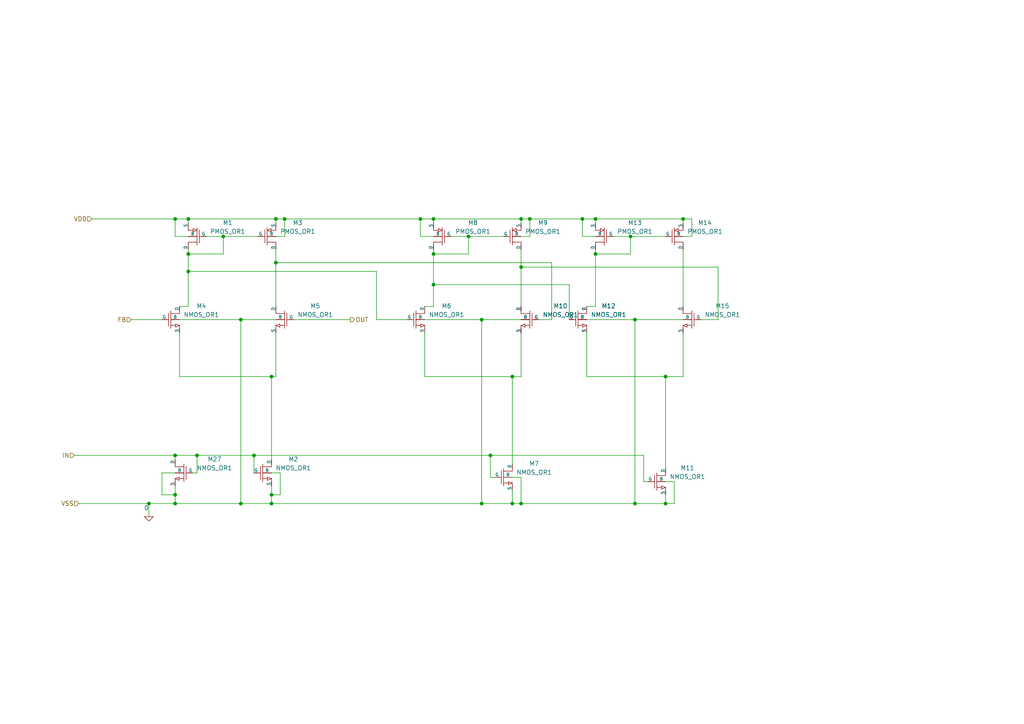
<source format=kicad_sch>
(kicad_sch (version 20230121) (generator eeschema)
  (paper "A4")
  (lib_symbols
    (symbol "NMOS_OR1_1" (pin_numbers hide) (pin_names (offset 0))
      (property "Reference" "M" (at 8.89 5.08 0))
      (property "Value" "NMOS_OR1" (at 8.89 2.54 0))
      (symbol "NMOS_OR1_1_0_1"
        (polyline (pts (xy 0 0) (xy 1.905 0)))
        (polyline (pts (xy 1.905 1.905) (xy 1.905 -1.905)))
        (polyline (pts (xy 2.54 -2.54) (xy 2.54 2.54)))
        (polyline (pts (xy 2.54 -1.651) (xy 3.937 -1.651)))
        (polyline (pts (xy 2.54 0) (xy 5.08 0)))
        (polyline (pts (xy 2.54 1.778) (xy 5.08 1.778)))
        (polyline (pts (xy 3.937 -2.159) (xy 3.937 -1.27)))
        (polyline (pts (xy 3.937 -1.27) (xy 5.08 -1.651)))
        (polyline (pts (xy 5.08 -1.651) (xy 3.937 -2.159)))
        (polyline (pts (xy 5.08 -1.651) (xy 5.08 -3.81)))
        (polyline (pts (xy 5.08 1.778) (xy 5.08 3.81)))
      )
      (symbol "NMOS_OR1_1_1_1"
        (pin passive line (at 5.08 3.81 270) (length 1.27) (name "D") (number "1"))
        (pin passive line (at 0 0 0) (length 1.27) (name "G") (number "2"))
        (pin passive line (at 5.08 -3.81 90) (length 1.27) (name "S") (number "3"))
        (pin passive line (at 5.08 0 180) (length 2.54) (name "B") (number "4"))
      )
    )
    (symbol "NMOS_OR1_2" (pin_numbers hide) (pin_names (offset 0))
      (property "Reference" "M" (at 8.89 5.08 0))
      (property "Value" "NMOS_OR1" (at 8.89 2.54 0))
      (symbol "NMOS_OR1_2_0_1"
        (polyline (pts (xy 0 0) (xy 1.905 0)))
        (polyline (pts (xy 1.905 1.905) (xy 1.905 -1.905)))
        (polyline (pts (xy 2.54 -2.54) (xy 2.54 2.54)))
        (polyline (pts (xy 2.54 -1.651) (xy 3.937 -1.651)))
        (polyline (pts (xy 2.54 0) (xy 5.08 0)))
        (polyline (pts (xy 2.54 1.778) (xy 5.08 1.778)))
        (polyline (pts (xy 3.937 -2.159) (xy 3.937 -1.27)))
        (polyline (pts (xy 3.937 -1.27) (xy 5.08 -1.651)))
        (polyline (pts (xy 5.08 -1.651) (xy 3.937 -2.159)))
        (polyline (pts (xy 5.08 -1.651) (xy 5.08 -3.81)))
        (polyline (pts (xy 5.08 1.778) (xy 5.08 3.81)))
      )
      (symbol "NMOS_OR1_2_1_1"
        (pin passive line (at 5.08 3.81 270) (length 1.27) (name "D") (number "1"))
        (pin passive line (at 0 0 0) (length 1.27) (name "G") (number "2"))
        (pin passive line (at 5.08 -3.81 90) (length 1.27) (name "S") (number "3"))
        (pin passive line (at 5.08 0 180) (length 2.54) (name "B") (number "4"))
      )
    )
    (symbol "NMOS_OR1_3" (pin_numbers hide) (pin_names (offset 0))
      (property "Reference" "M" (at 8.89 5.08 0))
      (property "Value" "NMOS_OR1" (at 8.89 2.54 0))
      (symbol "NMOS_OR1_3_0_1"
        (polyline (pts (xy 0 0) (xy 1.905 0)))
        (polyline (pts (xy 1.905 1.905) (xy 1.905 -1.905)))
        (polyline (pts (xy 2.54 -2.54) (xy 2.54 2.54)))
        (polyline (pts (xy 2.54 -1.651) (xy 3.937 -1.651)))
        (polyline (pts (xy 2.54 0) (xy 5.08 0)))
        (polyline (pts (xy 2.54 1.778) (xy 5.08 1.778)))
        (polyline (pts (xy 3.937 -2.159) (xy 3.937 -1.27)))
        (polyline (pts (xy 3.937 -1.27) (xy 5.08 -1.651)))
        (polyline (pts (xy 5.08 -1.651) (xy 3.937 -2.159)))
        (polyline (pts (xy 5.08 -1.651) (xy 5.08 -3.81)))
        (polyline (pts (xy 5.08 1.778) (xy 5.08 3.81)))
      )
      (symbol "NMOS_OR1_3_1_1"
        (pin passive line (at 5.08 3.81 270) (length 1.27) (name "D") (number "1"))
        (pin passive line (at 0 0 0) (length 1.27) (name "G") (number "2"))
        (pin passive line (at 5.08 -3.81 90) (length 1.27) (name "S") (number "3"))
        (pin passive line (at 5.08 0 180) (length 2.54) (name "B") (number "4"))
      )
    )
    (symbol "OR1Symbols:0" (power) (pin_names (offset 0))
      (property "Value" "0" (at 0 -1.27 0))
      (symbol "0_0_1"
        (polyline (pts (xy -1.27 0) (xy 1.27 0) (xy 0 -1.27) (xy -1.27 0)))
      )
      (symbol "0_1_1"
        (pin power_in line (at 0 0 180) (length 0) hide (name "0") (number "1"))
      )
    )
    (symbol "OR1Symbols:NMOS_OR1" (pin_numbers hide) (pin_names (offset 0))
      (property "Reference" "M" (at 8.89 5.08 0))
      (property "Value" "NMOS_OR1" (at 8.89 2.54 0))
      (symbol "NMOS_OR1_0_1"
        (polyline (pts (xy 0 0) (xy 1.905 0)))
        (polyline (pts (xy 1.905 1.905) (xy 1.905 -1.905)))
        (polyline (pts (xy 2.54 -2.54) (xy 2.54 2.54)))
        (polyline (pts (xy 2.54 -1.651) (xy 3.937 -1.651)))
        (polyline (pts (xy 2.54 0) (xy 5.08 0)))
        (polyline (pts (xy 2.54 1.778) (xy 5.08 1.778)))
        (polyline (pts (xy 3.937 -2.159) (xy 3.937 -1.27)))
        (polyline (pts (xy 3.937 -1.27) (xy 5.08 -1.651)))
        (polyline (pts (xy 5.08 -1.651) (xy 3.937 -2.159)))
        (polyline (pts (xy 5.08 -1.651) (xy 5.08 -3.81)))
        (polyline (pts (xy 5.08 1.778) (xy 5.08 3.81)))
      )
      (symbol "NMOS_OR1_1_1"
        (pin passive line (at 5.08 3.81 270) (length 1.27) (name "D") (number "1"))
        (pin passive line (at 0 0 0) (length 1.27) (name "G") (number "2"))
        (pin passive line (at 5.08 -3.81 90) (length 1.27) (name "S") (number "3"))
        (pin passive line (at 5.08 0 180) (length 2.54) (name "B") (number "4"))
      )
    )
    (symbol "OR1Symbols:PMOS_OR1" (pin_numbers hide) (pin_names (offset 0))
      (property "Reference" "M" (at 8.89 5.08 0))
      (property "Value" "PMOS_OR1" (at 8.89 2.54 0))
      (symbol "PMOS_OR1_0_1"
        (polyline (pts (xy 0 0) (xy 1.905 0)))
        (polyline (pts (xy 1.905 1.905) (xy 1.905 -1.905)))
        (polyline (pts (xy 2.54 -2.54) (xy 2.54 2.54)))
        (polyline (pts (xy 2.54 -1.651) (xy 5.08 -1.651)))
        (polyline (pts (xy 2.54 0) (xy 5.08 0)))
        (polyline (pts (xy 2.54 1.778) (xy 3.683 2.286)))
        (polyline (pts (xy 3.683 1.397) (xy 2.54 1.778)))
        (polyline (pts (xy 3.683 1.397) (xy 3.683 2.286)))
        (polyline (pts (xy 3.683 1.778) (xy 5.08 1.778)))
        (polyline (pts (xy 5.08 -1.651) (xy 5.08 -3.81)))
        (polyline (pts (xy 5.08 1.778) (xy 5.08 3.81)))
      )
      (symbol "PMOS_OR1_1_1"
        (pin passive line (at 5.08 -3.81 90) (length 1.27) (name "D") (number "1"))
        (pin passive line (at 0 0 0) (length 1.27) (name "G") (number "2"))
        (pin passive line (at 5.08 3.81 270) (length 1.27) (name "S") (number "3"))
        (pin passive line (at 5.08 0 180) (length 2.54) (name "B") (number "4"))
      )
    )
    (symbol "PMOS_OR1_1" (pin_numbers hide) (pin_names (offset 0))
      (property "Reference" "M" (at 8.89 5.08 0))
      (property "Value" "PMOS_OR1" (at 8.89 2.54 0))
      (symbol "PMOS_OR1_1_0_1"
        (polyline (pts (xy 0 0) (xy 1.905 0)))
        (polyline (pts (xy 1.905 1.905) (xy 1.905 -1.905)))
        (polyline (pts (xy 2.54 -2.54) (xy 2.54 2.54)))
        (polyline (pts (xy 2.54 -1.651) (xy 5.08 -1.651)))
        (polyline (pts (xy 2.54 0) (xy 5.08 0)))
        (polyline (pts (xy 2.54 1.778) (xy 3.683 2.286)))
        (polyline (pts (xy 3.683 1.397) (xy 2.54 1.778)))
        (polyline (pts (xy 3.683 1.397) (xy 3.683 2.286)))
        (polyline (pts (xy 3.683 1.778) (xy 5.08 1.778)))
        (polyline (pts (xy 5.08 -1.651) (xy 5.08 -3.81)))
        (polyline (pts (xy 5.08 1.778) (xy 5.08 3.81)))
      )
      (symbol "PMOS_OR1_1_1_1"
        (pin passive line (at 5.08 -3.81 90) (length 1.27) (name "D") (number "1"))
        (pin passive line (at 0 0 0) (length 1.27) (name "G") (number "2"))
        (pin passive line (at 5.08 3.81 270) (length 1.27) (name "S") (number "3"))
        (pin passive line (at 5.08 0 180) (length 2.54) (name "B") (number "4"))
      )
    )
  )
  (junction (at 57.15 132.08))
  (junction (at 139.7 146.05))
  (junction (at 172.72 73.66))
  (junction (at 193.04 146.05))
  (junction (at 172.72 63.5))
  (junction (at 50.8 132.08))
  (junction (at 82.55 63.5))
  (junction (at 78.74 146.05))
  (junction (at 121.92 63.5))
  (junction (at 78.74 143.51))
  (junction (at 148.59 146.05))
  (junction (at 125.73 63.5))
  (junction (at 142.24 132.08))
  (junction (at 151.13 146.05))
  (junction (at 151.13 63.5))
  (junction (at 69.85 92.71))
  (junction (at 64.77 68.58))
  (junction (at 69.85 146.05))
  (junction (at 135.89 68.58))
  (junction (at 198.12 63.5))
  (junction (at 193.04 109.22))
  (junction (at 78.74 109.22))
  (junction (at 54.61 73.66))
  (junction (at 54.61 63.5))
  (junction (at 50.8 143.51))
  (junction (at 148.59 109.22))
  (junction (at 168.91 63.5))
  (junction (at 182.88 68.58))
  (junction (at 125.73 82.55))
  (junction (at 50.8 63.5))
  (junction (at 50.8 146.05))
  (junction (at 80.01 76.2))
  (junction (at 184.15 92.71))
  (junction (at 139.7 92.71))
  (junction (at 153.67 63.5))
  (junction (at 54.61 78.74))
  (junction (at 125.73 73.66))
  (junction (at 151.13 77.47))
  (junction (at 80.01 63.5))
  (junction (at 43.18 146.05))
  (junction (at 73.66 132.08))
  (junction (at 184.15 146.05))
  (wire (pts (xy 69.85 92.71) (xy 80.01 92.71)))
  (wire (pts (xy 26.67 63.5) (xy 50.8 63.5)))
  (wire (pts (xy 153.67 63.5) (xy 168.91 63.5)))
  (wire (pts (xy 54.61 63.5) (xy 54.61 64.77)))
  (wire (pts (xy 22.86 146.05) (xy 43.18 146.05)))
  (wire (pts (xy 200.66 68.58) (xy 200.66 63.5)))
  (wire (pts (xy 21.59 132.08) (xy 50.8 132.08)))
  (wire (pts (xy 125.73 63.5) (xy 151.13 63.5)))
  (wire (pts (xy 184.15 146.05) (xy 193.04 146.05)))
  (wire (pts (xy 57.15 132.08) (xy 57.15 137.16)))
  (wire (pts (xy 151.13 72.39) (xy 151.13 77.47)))
  (wire (pts (xy 50.8 132.08) (xy 50.8 133.35)))
  (wire (pts (xy 54.61 78.74) (xy 54.61 88.9)))
  (wire (pts (xy 139.7 92.71) (xy 151.13 92.71)))
  (wire (pts (xy 165.1 82.55) (xy 165.1 92.71)))
  (wire (pts (xy 172.72 63.5) (xy 172.72 64.77)))
  (wire (pts (xy 80.01 76.2) (xy 160.02 76.2)))
  (wire (pts (xy 78.74 143.51) (xy 81.28 143.51)))
  (wire (pts (xy 139.7 146.05) (xy 148.59 146.05)))
  (wire (pts (xy 198.12 63.5) (xy 200.66 63.5)))
  (wire (pts (xy 125.73 72.39) (xy 125.73 73.66)))
  (wire (pts (xy 43.18 146.05) (xy 43.18 149.86)))
  (wire (pts (xy 142.24 138.43) (xy 143.51 138.43)))
  (wire (pts (xy 50.8 137.16) (xy 46.99 137.16)))
  (wire (pts (xy 172.72 63.5) (xy 198.12 63.5)))
  (wire (pts (xy 151.13 68.58) (xy 153.67 68.58)))
  (wire (pts (xy 73.66 132.08) (xy 73.66 137.16)))
  (wire (pts (xy 52.07 92.71) (xy 69.85 92.71)))
  (wire (pts (xy 198.12 63.5) (xy 198.12 64.77)))
  (wire (pts (xy 148.59 142.24) (xy 148.59 146.05)))
  (wire (pts (xy 198.12 96.52) (xy 198.12 109.22)))
  (wire (pts (xy 125.73 73.66) (xy 125.73 82.55)))
  (wire (pts (xy 69.85 92.71) (xy 69.85 146.05)))
  (wire (pts (xy 80.01 63.5) (xy 82.55 63.5)))
  (wire (pts (xy 172.72 72.39) (xy 172.72 73.66)))
  (wire (pts (xy 186.69 132.08) (xy 186.69 139.7)))
  (wire (pts (xy 78.74 109.22) (xy 80.01 109.22)))
  (wire (pts (xy 182.88 68.58) (xy 193.04 68.58)))
  (wire (pts (xy 64.77 73.66) (xy 54.61 73.66)))
  (wire (pts (xy 82.55 68.58) (xy 82.55 63.5)))
  (wire (pts (xy 195.58 139.7) (xy 195.58 146.05)))
  (wire (pts (xy 177.8 68.58) (xy 182.88 68.58)))
  (wire (pts (xy 121.92 68.58) (xy 121.92 63.5)))
  (wire (pts (xy 57.15 132.08) (xy 73.66 132.08)))
  (wire (pts (xy 156.21 92.71) (xy 160.02 92.71)))
  (wire (pts (xy 130.81 68.58) (xy 135.89 68.58)))
  (wire (pts (xy 46.99 137.16) (xy 46.99 143.51)))
  (wire (pts (xy 123.19 92.71) (xy 139.7 92.71)))
  (wire (pts (xy 52.07 96.52) (xy 52.07 109.22)))
  (wire (pts (xy 151.13 63.5) (xy 151.13 64.77)))
  (wire (pts (xy 193.04 146.05) (xy 195.58 146.05)))
  (wire (pts (xy 43.18 146.05) (xy 50.8 146.05)))
  (wire (pts (xy 151.13 96.52) (xy 151.13 109.22)))
  (wire (pts (xy 55.88 137.16) (xy 57.15 137.16)))
  (wire (pts (xy 78.74 140.97) (xy 78.74 143.51)))
  (wire (pts (xy 85.09 92.71) (xy 101.6 92.71)))
  (wire (pts (xy 69.85 146.05) (xy 78.74 146.05)))
  (wire (pts (xy 170.18 109.22) (xy 193.04 109.22)))
  (wire (pts (xy 46.99 143.51) (xy 50.8 143.51)))
  (wire (pts (xy 148.59 146.05) (xy 151.13 146.05)))
  (wire (pts (xy 52.07 88.9) (xy 54.61 88.9)))
  (wire (pts (xy 170.18 92.71) (xy 184.15 92.71)))
  (wire (pts (xy 125.73 82.55) (xy 125.73 88.9)))
  (wire (pts (xy 142.24 132.08) (xy 186.69 132.08)))
  (wire (pts (xy 160.02 76.2) (xy 160.02 92.71)))
  (wire (pts (xy 184.15 92.71) (xy 184.15 146.05)))
  (wire (pts (xy 123.19 88.9) (xy 125.73 88.9)))
  (wire (pts (xy 135.89 68.58) (xy 135.89 73.66)))
  (wire (pts (xy 38.1 92.71) (xy 46.99 92.71)))
  (wire (pts (xy 198.12 72.39) (xy 198.12 88.9)))
  (wire (pts (xy 50.8 68.58) (xy 50.8 63.5)))
  (wire (pts (xy 69.85 146.05) (xy 50.8 146.05)))
  (wire (pts (xy 54.61 68.58) (xy 50.8 68.58)))
  (wire (pts (xy 193.04 109.22) (xy 193.04 135.89)))
  (wire (pts (xy 50.8 63.5) (xy 54.61 63.5)))
  (wire (pts (xy 50.8 140.97) (xy 50.8 143.51)))
  (wire (pts (xy 125.73 63.5) (xy 125.73 64.77)))
  (wire (pts (xy 54.61 63.5) (xy 80.01 63.5)))
  (wire (pts (xy 135.89 68.58) (xy 146.05 68.58)))
  (wire (pts (xy 172.72 68.58) (xy 168.91 68.58)))
  (wire (pts (xy 78.74 109.22) (xy 78.74 133.35)))
  (wire (pts (xy 198.12 68.58) (xy 200.66 68.58)))
  (wire (pts (xy 208.28 77.47) (xy 208.28 92.71)))
  (wire (pts (xy 184.15 92.71) (xy 198.12 92.71)))
  (wire (pts (xy 208.28 92.71) (xy 203.2 92.71)))
  (wire (pts (xy 148.59 109.22) (xy 148.59 134.62)))
  (wire (pts (xy 73.66 132.08) (xy 142.24 132.08)))
  (wire (pts (xy 125.73 82.55) (xy 165.1 82.55)))
  (wire (pts (xy 109.22 78.74) (xy 109.22 92.71)))
  (wire (pts (xy 151.13 138.43) (xy 151.13 146.05)))
  (wire (pts (xy 151.13 63.5) (xy 153.67 63.5)))
  (wire (pts (xy 170.18 109.22) (xy 170.18 96.52)))
  (wire (pts (xy 125.73 68.58) (xy 121.92 68.58)))
  (wire (pts (xy 80.01 63.5) (xy 80.01 64.77)))
  (wire (pts (xy 123.19 109.22) (xy 148.59 109.22)))
  (wire (pts (xy 54.61 73.66) (xy 54.61 78.74)))
  (wire (pts (xy 78.74 143.51) (xy 78.74 146.05)))
  (wire (pts (xy 78.74 137.16) (xy 81.28 137.16)))
  (wire (pts (xy 198.12 109.22) (xy 193.04 109.22)))
  (wire (pts (xy 168.91 63.5) (xy 172.72 63.5)))
  (wire (pts (xy 148.59 109.22) (xy 151.13 109.22)))
  (wire (pts (xy 172.72 73.66) (xy 172.72 88.9)))
  (wire (pts (xy 81.28 137.16) (xy 81.28 143.51)))
  (wire (pts (xy 153.67 68.58) (xy 153.67 63.5)))
  (wire (pts (xy 151.13 77.47) (xy 151.13 88.9)))
  (wire (pts (xy 80.01 96.52) (xy 80.01 109.22)))
  (wire (pts (xy 193.04 139.7) (xy 195.58 139.7)))
  (wire (pts (xy 151.13 77.47) (xy 208.28 77.47)))
  (wire (pts (xy 123.19 96.52) (xy 123.19 109.22)))
  (wire (pts (xy 80.01 76.2) (xy 80.01 88.9)))
  (wire (pts (xy 139.7 92.71) (xy 139.7 146.05)))
  (wire (pts (xy 59.69 68.58) (xy 64.77 68.58)))
  (wire (pts (xy 186.69 139.7) (xy 187.96 139.7)))
  (wire (pts (xy 52.07 109.22) (xy 78.74 109.22)))
  (wire (pts (xy 142.24 132.08) (xy 142.24 138.43)))
  (wire (pts (xy 168.91 68.58) (xy 168.91 63.5)))
  (wire (pts (xy 80.01 68.58) (xy 82.55 68.58)))
  (wire (pts (xy 64.77 68.58) (xy 64.77 73.66)))
  (wire (pts (xy 50.8 132.08) (xy 57.15 132.08)))
  (wire (pts (xy 50.8 143.51) (xy 50.8 146.05)))
  (wire (pts (xy 78.74 146.05) (xy 139.7 146.05)))
  (wire (pts (xy 121.92 63.5) (xy 125.73 63.5)))
  (wire (pts (xy 151.13 146.05) (xy 184.15 146.05)))
  (wire (pts (xy 64.77 68.58) (xy 74.93 68.58)))
  (wire (pts (xy 148.59 138.43) (xy 151.13 138.43)))
  (wire (pts (xy 109.22 92.71) (xy 118.11 92.71)))
  (wire (pts (xy 170.18 88.9) (xy 172.72 88.9)))
  (wire (pts (xy 182.88 68.58) (xy 182.88 73.66)))
  (wire (pts (xy 54.61 72.39) (xy 54.61 73.66)))
  (wire (pts (xy 135.89 73.66) (xy 125.73 73.66)))
  (wire (pts (xy 182.88 73.66) (xy 172.72 73.66)))
  (wire (pts (xy 54.61 78.74) (xy 109.22 78.74)))
  (wire (pts (xy 80.01 72.39) (xy 80.01 76.2)))
  (wire (pts (xy 82.55 63.5) (xy 121.92 63.5)))
  (wire (pts (xy 193.04 143.51) (xy 193.04 146.05)))
  (hierarchical_label "VDD" (shape input) (at 26.67 63.5 180))
  (hierarchical_label "FB" (shape input) (at 38.1 92.71 180))
  (hierarchical_label "VSS" (shape input) (at 22.86 146.05 180))
  (hierarchical_label "OUT" (shape output) (at 101.6 92.71 0))
  (hierarchical_label "IN" (shape input) (at 21.59 132.08 180))
  (symbol (lib_name "NMOS_OR1_2") (lib_id "OR1Symbols:NMOS_OR1") (at 118.11 92.71 0) (unit 1)
    (property "Reference" "M6" (at 129.54 88.7477 0))
    (property "Value" "NMOS_OR1" (at 129.54 91.2877 0))
    (property "Sim.Pins" "1=1 2=2 3=3 4=4" (effects hide))
    (property "Sim.Device" "SPICE" (effects hide))
    (property "Sim.Params" "type=\"M\" model=\"NMOS_OR1 l=1u w=2u\" lib=\"\"" (effects hide))
  )
  (symbol (lib_name "NMOS_OR1_3") (lib_id "OR1Symbols:NMOS_OR1") (at 156.21 92.71 0) (mirror y) (unit 1)
    (property "Reference" "M10" (at 162.56 88.7477 0))
    (property "Value" "NMOS_OR1" (at 162.56 91.2877 0))
    (property "Sim.Pins" "1=1 2=2 3=3 4=4" (effects hide))
    (property "Sim.Device" "SPICE" (effects hide))
    (property "Sim.Params" "type=\"M\" model=\"NMOS_OR1 l=1u w=2u\" lib=\"\"" (effects hide))
  )
  (symbol (lib_id "OR1Symbols:NMOS_OR1") (at 55.88 137.16 0) (mirror y) (unit 1)
    (property "Reference" "M27" (at 62.23 133.1977 0))
    (property "Value" "NMOS_OR1" (at 62.23 135.7377 0))
    (property "Sim.Pins" "1=1 2=2 3=3 4=4" (effects hide))
    (property "Sim.Device" "SPICE" (effects hide))
    (property "Sim.Params" "type=\"M\" model=\"NMOS_OR1 l=1u w=2u\" lib=\"\"" (effects hide))
  )
  (symbol (lib_name "NMOS_OR1_1") (lib_id "OR1Symbols:NMOS_OR1") (at 73.66 137.16 0) (unit 1)
    (property "Reference" "M2" (at 85.09 133.1977 0))
    (property "Value" "NMOS_OR1" (at 85.09 135.7377 0))
    (property "Sim.Pins" "1=1 2=2 3=3 4=4" (effects hide))
    (property "Sim.Device" "SPICE" (effects hide))
    (property "Sim.Params" "type=\"M\" model=\"NMOS_OR1 l=1u w=2u\" lib=\"\"" (effects hide))
  )
  (symbol (lib_name "PMOS_OR1_1") (lib_id "OR1Symbols:PMOS_OR1") (at 193.04 68.58 0) (unit 1)
    (property "Reference" "M14" (at 204.47 64.6177 0))
    (property "Value" "PMOS_OR1" (at 204.47 67.1577 0))
    (property "Sim.Pins" "1=1 2=2 3=3 4=4" (effects hide))
    (property "Sim.Device" "SPICE" (effects hide))
    (property "Sim.Params" "type=\"M\" model=\"PMOS_OR1 l=1u w=6u\" lib=\"\"" (effects hide))
  )
  (symbol (lib_name "PMOS_OR1_1") (lib_id "OR1Symbols:PMOS_OR1") (at 74.93 68.58 0) (unit 1)
    (property "Reference" "M3" (at 86.36 64.6177 0))
    (property "Value" "PMOS_OR1" (at 86.36 67.1577 0))
    (property "Sim.Pins" "1=1 2=2 3=3 4=4" (effects hide))
    (property "Sim.Device" "SPICE" (effects hide))
    (property "Sim.Params" "type=\"M\" model=\"PMOS_OR1 l=1u w=6u\" lib=\"\"" (effects hide))
  )
  (symbol (lib_name "NMOS_OR1_2") (lib_id "OR1Symbols:NMOS_OR1") (at 165.1 92.71 0) (unit 1)
    (property "Reference" "M12" (at 176.53 88.7477 0))
    (property "Value" "NMOS_OR1" (at 176.53 91.2877 0))
    (property "Sim.Pins" "1=1 2=2 3=3 4=4" (effects hide))
    (property "Sim.Device" "SPICE" (effects hide))
    (property "Sim.Params" "type=\"M\" model=\"NMOS_OR1 l=1u w=2u\" lib=\"\"" (effects hide))
  )
  (symbol (lib_name "PMOS_OR1_1") (lib_id "OR1Symbols:PMOS_OR1") (at 146.05 68.58 0) (unit 1)
    (property "Reference" "M9" (at 157.48 64.6177 0))
    (property "Value" "PMOS_OR1" (at 157.48 67.1577 0))
    (property "Sim.Pins" "1=1 2=2 3=3 4=4" (effects hide))
    (property "Sim.Device" "SPICE" (effects hide))
    (property "Sim.Params" "type=\"M\" model=\"PMOS_OR1 l=1u w=6u\" lib=\"\"" (effects hide))
  )
  (symbol (lib_id "OR1Symbols:PMOS_OR1") (at 59.69 68.58 0) (mirror y) (unit 1)
    (property "Reference" "M1" (at 66.04 64.6177 0))
    (property "Value" "PMOS_OR1" (at 66.04 67.1577 0))
    (property "Sim.Pins" "1=1 2=2 3=3 4=4" (effects hide))
    (property "Sim.Device" "SPICE" (effects hide))
    (property "Sim.Params" "type=\"M\" model=\"PMOS_OR1 l=1u w=6u\" lib=\"\"" (effects hide))
  )
  (symbol (lib_name "NMOS_OR1_2") (lib_id "OR1Symbols:NMOS_OR1") (at 46.99 92.71 0) (unit 1)
    (property "Reference" "M4" (at 58.42 88.7477 0))
    (property "Value" "NMOS_OR1" (at 58.42 91.2877 0))
    (property "Sim.Pins" "1=1 2=2 3=3 4=4" (effects hide))
    (property "Sim.Device" "SPICE" (effects hide))
    (property "Sim.Params" "type=\"M\" model=\"NMOS_OR1 l=1u w=2u\" lib=\"\"" (effects hide))
  )
  (symbol (lib_name "NMOS_OR1_3") (lib_id "OR1Symbols:NMOS_OR1") (at 85.09 92.71 0) (mirror y) (unit 1)
    (property "Reference" "M5" (at 91.44 88.7477 0))
    (property "Value" "NMOS_OR1" (at 91.44 91.2877 0))
    (property "Sim.Pins" "1=1 2=2 3=3 4=4" (effects hide))
    (property "Sim.Device" "SPICE" (effects hide))
    (property "Sim.Params" "type=\"M\" model=\"NMOS_OR1 l=1u w=2u\" lib=\"\"" (effects hide))
  )
  (symbol (lib_id "OR1Symbols:PMOS_OR1") (at 130.81 68.58 0) (mirror y) (unit 1)
    (property "Reference" "M8" (at 137.16 64.6177 0))
    (property "Value" "PMOS_OR1" (at 137.16 67.1577 0))
    (property "Sim.Pins" "1=1 2=2 3=3 4=4" (effects hide))
    (property "Sim.Device" "SPICE" (effects hide))
    (property "Sim.Params" "type=\"M\" model=\"PMOS_OR1 l=1u w=6u\" lib=\"\"" (effects hide))
  )
  (symbol (lib_name "NMOS_OR1_3") (lib_id "OR1Symbols:NMOS_OR1") (at 203.2 92.71 0) (mirror y) (unit 1)
    (property "Reference" "M15" (at 209.55 88.7477 0))
    (property "Value" "NMOS_OR1" (at 209.55 91.2877 0))
    (property "Sim.Pins" "1=1 2=2 3=3 4=4" (effects hide))
    (property "Sim.Device" "SPICE" (effects hide))
    (property "Sim.Params" "type=\"M\" model=\"NMOS_OR1 l=1u w=2u\" lib=\"\"" (effects hide))
  )
  (symbol (lib_name "NMOS_OR1_1") (lib_id "OR1Symbols:NMOS_OR1") (at 143.51 138.43 0) (unit 1)
    (property "Reference" "M7" (at 154.94 134.4677 0))
    (property "Value" "NMOS_OR1" (at 154.94 137.0077 0))
    (property "Sim.Pins" "1=1 2=2 3=3 4=4" (effects hide))
    (property "Sim.Device" "SPICE" (effects hide))
    (property "Sim.Params" "type=\"M\" model=\"NMOS_OR1 l=1u w=2u\" lib=\"\"" (effects hide))
  )
  (symbol (lib_id "OR1Symbols:0") (at 43.18 149.86 0) (unit 1)
    (property "Reference" "#GND02" (effects hide))
    (property "Value" "0" (at 43.18 147.32 0) (effects (justify right)))
  )
  (symbol (lib_id "OR1Symbols:PMOS_OR1") (at 177.8 68.58 0) (mirror y) (unit 1)
    (property "Reference" "M13" (at 184.15 64.6177 0))
    (property "Value" "PMOS_OR1" (at 184.15 67.1577 0))
    (property "Sim.Pins" "1=1 2=2 3=3 4=4" (effects hide))
    (property "Sim.Device" "SPICE" (effects hide))
    (property "Sim.Params" "type=\"M\" model=\"PMOS_OR1 l=1u w=6u\" lib=\"\"" (effects hide))
  )
  (symbol (lib_name "NMOS_OR1_1") (lib_id "OR1Symbols:NMOS_OR1") (at 187.96 139.7 0) (unit 1)
    (property "Reference" "M11" (at 199.39 135.7377 0))
    (property "Value" "NMOS_OR1" (at 199.39 138.2777 0))
    (property "Sim.Pins" "1=1 2=2 3=3 4=4" (effects hide))
    (property "Sim.Device" "SPICE" (effects hide))
    (property "Sim.Params" "type=\"M\" model=\"NMOS_OR1 l=1u w=2u\" lib=\"\"" (effects hide))
  )
)
</source>
